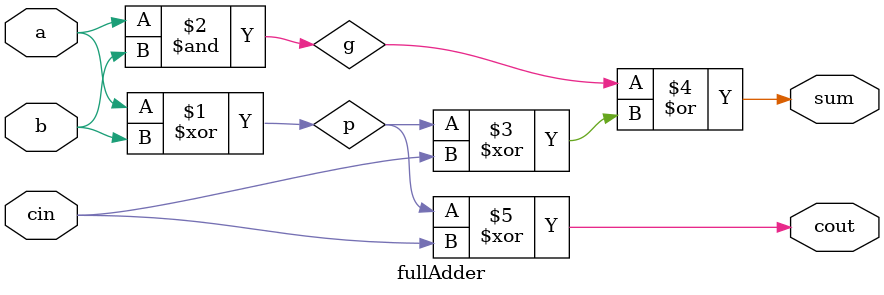
<source format=v>

module fullAdder (
    input a,
    input b,
    input cin,
    output sum,
    output cout
);
    // wire default initial value is 'z' (high impedance)
    wire p,g;
    // Verilog has 4 logic values: 0, 1, x, z
    // `0` means logic low
    // `1` means logic high
    // `x` means unknown, it means the signal is driven by multiple sources with different values
    // `z` means high impedance, it means the signal is not driven by any source, it is like a power cut (extreme case of `0v`)
    // Attention: 
    // In fact, `z` is nearly `0v`, `0` just work in a range like `0~0.3VCC`, `1` work in a range like `0.7VCC~VCC`
    // That means, logic low(`0`) is a range that poeple say it's `low power`, not absolute `0v`
    // Aslo, logic high(`1`) is a range that poeple say it's `high power`, not absolute `5v`
    // In real world, People like to say `0~0.3VCC` is logic low, `0.7VCC~VCC` is logic high, `0.3VCC~0.7VCC` is undefined
    // So, People need a value can represent `0v`(input resistance is very high, it is ideal 0v), that is `z`

    assign p = a ^ b; // propagate
    assign g = a & b; // generate
    assign sum = g | (p ^ cin); // sum
    assign cout = p ^ cin; // carry out
endmodule
</source>
